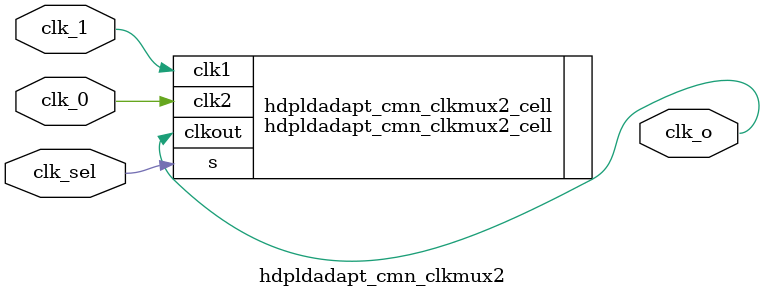
<source format=v>
module hdpldadapt_cmn_clkmux2
(
        output  wire    clk_o,
        input   wire    clk_0,
        input   wire    clk_1,
        input   wire    clk_sel
);

hdpldadapt_cmn_clkmux2_cell hdpldadapt_cmn_clkmux2_cell
    (
        .s(clk_sel),
        .clk2(clk_0),
        .clk1(clk_1),
        .clkout(clk_o)
    );

endmodule // hdpldadapt_cmn_clkmux2

</source>
